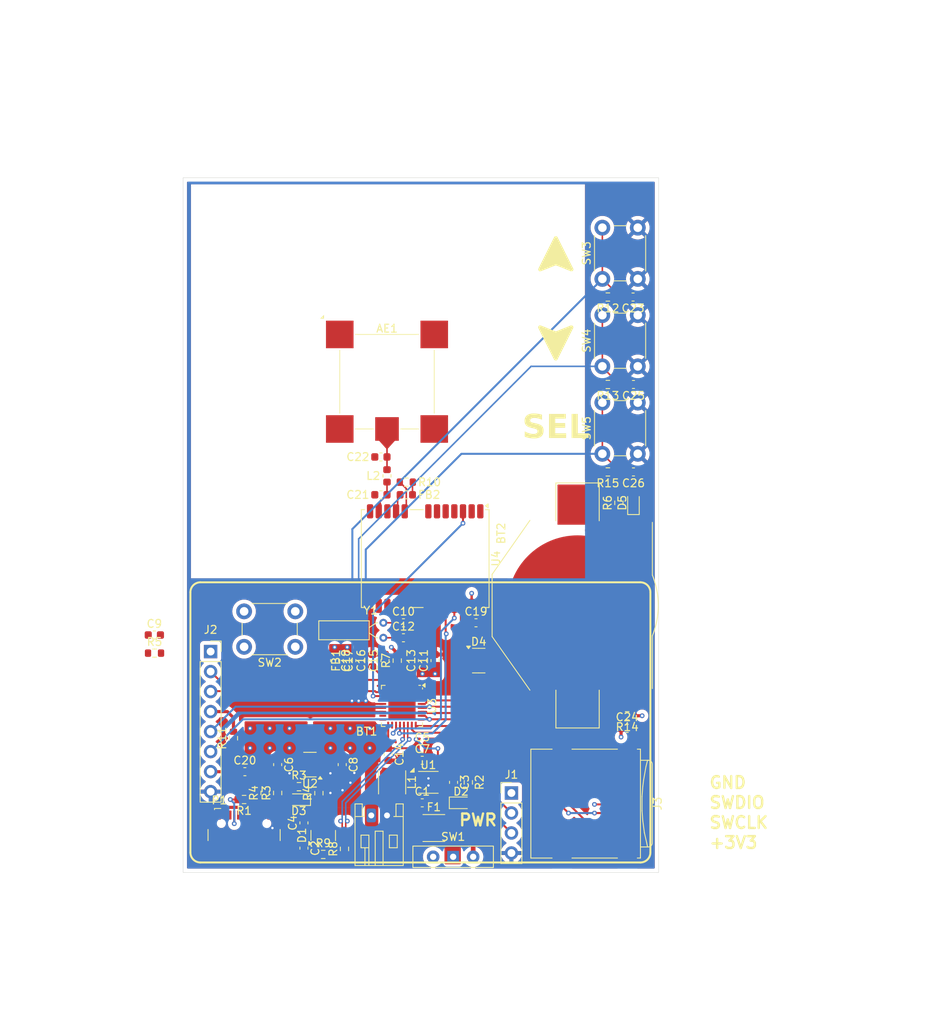
<source format=kicad_pcb>
(kicad_pcb (version 20240108) (generator "pcbnew") (generator_version "8.0")
  (title_block (title "Golf GPS") (date "2025-06-26") (rev "0") (company "B. Kuhn"))
  (layers (0 "F.Cu" signal) (1 "In1.Cu" signal) (2 "In2.Cu" signal) (31 "B.Cu" signal) (34 "B.Paste" user) (35 "F.Paste" user) (36 "B.SilkS" user "B.Silkscreen") (37 "F.SilkS" user "F.Silkscreen") (38 "B.Mask" user) (39 "F.Mask" user) (44 "Edge.Cuts" user))
  (net 0 "")
  (net 1 "Net-(AE1-A)")
  (net 2 "Net-(BT2-+)")
  (net 3 "GND")
  (net 4 "VBAT")
  (net 5 "+3V3")
  (net 6 "Net-(SW1-A)")
  (net 7 "/Microcontroller/NRST")
  (net 8 "V_USB")
  (net 9 "/Microcontroller/BTN_1")
  (net 10 "/Microcontroller/BTN_2")
  (net 11 "/Microcontroller/BTN_3")
  (net 12 "V_BCKP")
  (net 13 "/Microcontroller/OSC32_IN")
  (net 14 "/Microcontroller/OSC32_OUT")
  (net 15 "Net-(SW1-B)")
  (net 16 "Net-(J1-CC2)")
  (net 17 "Net-(J1-CC1)")
  (net 18 "/Microcontroller/SWCLK")
  (net 19 "/Microcontroller/SWDIO")
  (net 20 "/Microcontroller/BOOT0")
  (net 21 "/Microcontroller/USB_D+")
  (net 22 "/Microcontroller/SD_CS")
  (net 23 "Net-(D5-A)")
  (net 24 "/Microcontroller/USB_D-")
  (net 25 "/Microcontroller/LCD_DC")
  (net 26 "/Microcontroller/LCD_CS")
  (net 27 "Net-(U1-EN)")
  (net 28 "Net-(D2-A)")
  (net 29 "Net-(D3-K)")
  (net 31 "Net-(J2-RES)")
  (net 32 "Net-(U4-RF_IN)")
  (net 35 "/Microcontroller/GPS_PPS")
  (net 36 "/Microcontroller/GPS_TX")
  (net 37 "Net-(P1-CC)")
  (net 38 "/Microcontroller/GPS_RX")
  (net 39 "Net-(U4-VCC_RF)")
  (net 41 "Net-(U1-L2)")
  (net 42 "Net-(U1-L1)")
  (net 43 "/Microcontroller/LED_STATUS")
  (net 44 "Net-(U2-PROG)")
  (net 45 "Net-(U4-~{RESET})")
  (net 48 "VDDA")
  (net 61 "/Microcontroller/SPI3_SCK")
  (net 62 "/Microcontroller/SPI3_MOSI")
  (net 63 "/Microcontroller/SPI3_MISO")
  (net 65 "/Microcontroller/ADC1")
  (net 66 "Net-(U2-STAT)")
  (footprint "Capacitor_SMD:C_0603_1608Metric" (layer "F.Cu") (at 133.95 127.75 90)
    (property "Reference" "C16")
    (property "Value" "100n")
  )
  (footprint "Capacitor_SMD:C_0603_1608Metric" (layer "F.Cu") (at 144.25 143.2 -90)
    (property "Reference" "C3")
    (property "Value" "100n")
  )
  (footprint "Resistor_SMD:R_0603_1608Metric" (layer "F.Cu") (at 116.3 137.6 90)
    (property "Reference" "R11")
    (property "Value" "10k")
  )
  (footprint "Capacitor_SMD:C_0603_1608Metric" (layer "F.Cu") (at 130.1125 140.95 -90)
    (property "Reference" "C8")
    (property "Value" "10u")
  )
  (footprint "Battery:BatteryHolder_Keystone_3002_1x2032" (layer "F.Cu") (at 160 120.75 -90)
    (property "Reference" "BT2")
    (property "Value" "CR2032")
  )
  (footprint "Button_Switch_THT:SW_PUSH_6mm_H4.3mm" (layer "F.Cu") (at 124.15 126 180)
    (property "Reference" "SW2")
    (property "Value" "BOOT")
  )
  (footprint "Capacitor_SMD:C_0603_1608Metric" (layer "F.Cu") (at 167.1 103.8 180)
    (property "Reference" "C26")
    (property "Value" "100n")
  )
  (footprint "Button_Switch_THT:SW_PUSH_6mm_H4.3mm" (layer "F.Cu") (at 163.15 79.3 90)
    (property "Reference" "SW3")
    (property "Value" "BTN_1")
  )
  (footprint "Inductor_SMD:L_0603_1608Metric" (layer "F.Cu") (at 138.25 106.7)
    (property "Reference" "FB2")
    (property "Value" "TBD")
  )
  (footprint "Resistor_SMD:R_0603_1608Metric" (layer "F.Cu") (at 166.3 134.75 180)
    (property "Reference" "R14")
    (property "Value" "10k")
  )
  (footprint "Connector_Card:microSD_HC_Wuerth_693072010801" (layer "F.Cu") (at 162.1775 145.9 -90)
    (property "Reference" "J3")
    (property "Value" "Micro_SD_Card")
  )
  (footprint "Inductor_SMD:L_Coilcraft_LPS3010" (layer "F.Cu") (at 136.45 143.2 -90)
    (property "Reference" "L1")
    (property "Value" "1u5")
  )
  (footprint "Capacitor_SMD:C_0603_1608Metric" (layer "F.Cu") (at 140.275 138.9)
    (property "Reference" "C5")
    (property "Value" "10u")
  )
  (footprint "Connector_JST:JST_PH_S2B-PH-K_1x02_P2.00mm_Horizontal" (layer "F.Cu") (at 133.8 147.4)
    (property "Reference" "BT1")
    (property "Value" "LiPo")
  )
  (footprint "Connector_PinSocket_2.54mm:PinSocket_1x08_P2.54mm_Vertical" (layer "F.Cu") (at 113.4 126.6)
    (property "Reference" "J2")
    (property "Value" "~")
  )
  (footprint "Package_SON:WSON-10-1EP_2.5x2.5mm_P0.5mm_EP1.2x2mm" (layer "F.Cu") (at 141.05 143.2)
    (property "Reference" "U1")
    (property "Value" "TPS63031DSKR")
  )
  (footprint "Resistor_SMD:R_0603_1608Metric" (layer "F.Cu") (at 137.1 127.75 90)
    (property "Reference" "R7")
    (property "Value" "10k")
  )
  (footprint "Resistor_SMD:R_0603_1608Metric" (layer "F.Cu") (at 127.7 152.35)
    (property "Reference" "R9")
    (property "Value" "100k")
  )
  (footprint "Capacitor_SMD:C_0603_1608Metric" (layer "F.Cu") (at 147.1 122.95)
    (property "Reference" "C19")
    (property "Value" "100n")
  )
  (footprint "Capacitor_SMD:C_0603_1608Metric" (layer "F.Cu") (at 135.025 106.7 180)
    (property "Reference" "C21")
    (property "Value" "TBD")
  )
  (footprint "Capacitor_SMD:C_0603_1608Metric" (layer "F.Cu") (at 140.3 127.75 90)
    (property "Reference" "C13")
    (property "Value" "100n")
  )
  (footprint "Resistor_SMD:R_0603_1608Metric" (layer "F.Cu") (at 163.85 103.8 180)
    (property "Reference" "R15")
    (property "Value" "10k")
  )
  (footprint "Capacitor_SMD:C_0603_1608Metric" (layer "F.Cu") (at 141.9 127.75 90)
    (property "Reference" "C11")
    (property "Value" "2u2")
  )
  (footprint "Capacitor_SMD:C_0603_1608Metric" (layer "F.Cu") (at 140.275 145.8)
    (property "Reference" "C1")
    (property "Value" "10u")
  )
  (footprint "Capacitor_SMD:C_0603_1608Metric" (layer "F.Cu") (at 166.3 136.35)
    (property "Reference" "C24")
    (property "Value" "100n")
  )
  (footprint "Package_TO_SOT_SMD:SOT-23-3" (layer "F.Cu") (at 147.45 127.75)
    (property "Reference" "D4")
    (property "Value" "BAT54C")
  )
  (footprint "Library:ANT_GNSSCP-SM12L1_SMD" (layer "F.Cu") (at 135.8 92.35 90)
    (property "Reference" "AE1")
    (property "Value" "ANT-GNSSCP-SM12L1")
  )
  (footprint "Resistor_SMD:R_0603_1608Metric" (layer "F.Cu") (at 121.9125 144.55 90)
    (property "Reference" "R3")
    (property "Value" "5k1")
  )
  (footprint "Package_TO_SOT_SMD:SOT-143" (layer "F.Cu") (at 127.7 149.95 90)
    (property "Reference" "D1")
    (property "Value" "PRTR5V0U2X")
  )
  (footprint "Resistor_SMD:R_0603_1608Metric" (layer "F.Cu") (at 117.65 145.38 180)
    (property "Reference" "R1")
    (property "Value" "5k1")
  )
  (footprint "LED_SMD:LED_0603_1608Metric" (layer "F.Cu") (at 167.1 107.725 90)
    (property "Reference" "D5")
    (property "Value" "LED_STATUS")
  )
  (footprint "Button_Switch_THT:SW_PUSH_6mm_H4.3mm" (layer "F.Cu") (at 163.15 90.4 90)
    (property "Reference" "SW4")
    (property "Value" "BTN_2")
  )
  (footprint "Resistor_SMD:R_0603_1608Metric" (layer "F.Cu") (at 163.85 92.7 180)
    (property "Reference" "R13")
    (property "Value" "10k")
  )
  (footprint "Button_Switch_THT:SW_Slide-03_Wuerth-WS-SLTV_10x2.5x6.4_P2.54mm" (layer "F.Cu") (at 144.2 152.65)
    (property "Reference" "SW1")
    (property "Value" "SW_SPDT")
  )
  (footprint "Inductor_SMD:L_0603_1608Metric" (layer "F.Cu") (at 135.8 104.3 90)
    (property "Reference" "L2")
    (property "Value" "TBD")
  )
  (footprint "LED_SMD:LED_0603_1608Metric" (layer "F.Cu") (at 145.2 145.8)
    (property "Reference" "D2")
    (property "Value" "LED_PWR")
  )
  (footprint "Capacitor_SMD:C_0603_1608Metric" (layer "F.Cu") (at 117.75 141.85)
    (property "Reference" "C20")
    (property "Value" "100n")
  )
  (footprint "Package_TO_SOT_SMD:SOT-23-5" (layer "F.Cu") (at 126.0125 140.95 180)
    (property "Reference" "U2")
    (property "Value" "MCP73831T-2ACI/OT")
  )
  (footprint "Inductor_SMD:L_0603_1608Metric" (layer "F.Cu") (at 130.75 127.75 90)
    (property "Reference" "FB1")
    (property "Value" "TBD")
  )
  (footprint "Resistor_SMD:R_0603_1608Metric" (layer "F.Cu") (at 106.275 126.8)
    (property "Reference" "R5")
    (property "Value" "10k")
  )
  (footprint "RF_GPS:ublox_NEO" (layer "F.Cu") (at 140.65 114.8 -90)
    (property "Reference" "U4")
    (property "Value" "NEO-M9N")
  )
  (footprint "Resistor_SMD:R_0603_1608Metric" (layer "F.Cu") (at 146.125 143.2 -90)
    (property "Reference" "R2")
    (property "Value" "330R")
  )
  (footprint "Fuse:Fuse_1812_4532Metric" (layer "F.Cu") (at 141.75 149)
    (property "Reference" "F1")
    (property "Value" "500mA")
  )
  (footprint "Resistor_SMD:R_0603_1608Metric" (layer "F.Cu") (at 138.25 105.1)
    (property "Reference" "R10")
    (property "Value" "10k")
  )
  (footprint "Capacitor_SMD:C_0603_1608Metric" (layer "F.Cu") (at 137.8875 124.85)
    (property "Reference" "C12")
    (property "Value" "TBD")
  )
  (footprint "Resistor_SMD:R_0603_1608Metric" (layer "F.Cu") (at 130.4 151.65 90)
    (property "Reference" "R8")
    (property "Value" "100k")
  )
  (footprint "Capacitor_SMD:C_0603_1608Metric" (layer "F.Cu") (at 137.8875 122.95)
    (property "Reference" "C10")
    (property "Value" "TBD")
  )
  (footprint "Capacitor_SMD:C_0603_1608Metric" (layer "F.Cu") (at 135.025 101.9 180)
    (property "Reference" "C22")
    (property "Value" "TBD")
  )
  (footprint "Resistor_SMD:R_0603_1608Metric" (layer "F.Cu") (at 127.15 144.575 90)
    (property "Reference" "R4")
    (property "Value" "470R")
  )
  (footprint "Connector_PinHeader_2.54mm:PinHeader_1x04_P2.54mm_Vertical" (layer "F.Cu") (at 151.6 144.55)
    (property "Reference" "J1")
    (property "Value" "Conn_01x04_Pin")
  )
  (footprint "Capacitor_SMD:C_0603_1608Metric" (layer "F.Cu") (at 167.1 92.7 180)
    (property "Reference" "C25")
    (property "Value" "100n")
  )
  (footprint "Crystal:Crystal_DS26_D2.0mm_L6.0mm_Horizontal" (layer "F.Cu") (at 135.3375 122.95 -90)
    (property "Reference" "Y1")
    (property "Value" "32.768kHz")
  )
  (footprint "Capacitor_SMD:C_0603_1608Metric" (layer "F.Cu") (at 121.9125 140.95 -90)
    (property "Reference" "C6")
    (property "Value" "10u")
  )
  (footprint "Capacitor_SMD:C_0603_1608Metric" (layer "F.Cu") (at 129.15 127.75 -90)
    (property "Reference" "C18")
    (property "Value" "2u2")
  )
  (footprint "Resistor_SMD:R_0603_1608Metric" (layer "F.Cu") (at 120.3125 144.55 90)
    (property "Reference" "R4")
    (property "Value" "5k1")
  )
  (footprint "Capacitor_SMD:C_0603_1608Metric" (layer "F.Cu") (at 125.25 148.35 90)
    (property "Reference" "C4")
    (property "Value" "47p")
  )
  (footprint "Capacitor_SMD:C_0603_1608Metric" (layer "F.Cu") (at 135.95 139.65 -90)
    (property "Reference" "C14")
    (property "Value" "100n")
  )
  (footprint "Resistor_SMD:R_0603_1608Metric" (layer "F.Cu") (at 124.62 143.75)
    (property "Reference" "R3")
    (property "Value" "TBD")
  )
  (footprint "LED_SMD:LED_0603_1608Metric" (layer "F.Cu") (at 124.6 145.4 180)
    (property "Reference" "D3")
    (property "Value" "LED_STAT")
  )
  (footprint "Capacitor_SMD:C_0603_1608Metric" (layer "F.Cu") (at 140.275 140.4)
    (property "Reference" "C7")
    (property "Value" "10u")
  )
  (footprint "Resistor_SMD:R_0603_1608Metric" (layer "F.Cu") (at 165.25 107.725 90)
    (property "Reference" "R6")
    (property "Value" "330R")
  )
  (footprint "Capacitor_SMD:C_0603_1608Metric" (layer "F.Cu") (at 132.35 127.75 90)
    (property "Reference" "C17")
    (property "Value" "2u2")
  )
  (footprint "Connector_USB:USB_C_Receptacle_GCT_USB4110" (layer "F.Cu") (at 117.65 151.03)
    (property "Reference" "P1")
    (property "Value" "USB_C_Plug_USB2.0")
  )
  (footprint "Capacitor_SMD:C_0603_1608Metric" (layer "F.Cu") (at 106.25 124.5)
    (property "Reference" "C9")
    (property "Value" "100n")
  )
  (footprint "Button_Switch_THT:SW_PUSH_6mm_H4.3mm" (layer "F.Cu") (at 163.15 101.5 90)
    (property "Reference" "SW5")
    (property "Value" "BTN_3")
  )
  (footprint "Capacitor_SMD:C_0603_1608Metric" (layer "F.Cu") (at 125.25 151.55 -90)
    (property "Reference" "C2")
    (property "Value" "47p")
  )
  (footprint "Package_DFN_QFN:QFN-32-1EP_5x5mm_P0.5mm_EP3.45x3.45mm" (layer "F.Cu") (at 137.7 133.5 -90)
    (property "Reference" "U3")
    (property "Value" "STM32L432KCU6")
  )
  (footprint "Resistor_SMD:R_0603_1608Metric" (layer "F.Cu") (at 163.85 81.6 180)
    (property "Reference" "R12")
    (property "Value" "10k")
  )
  (footprint "Capacitor_SMD:C_0603_1608Metric" (layer "F.Cu") (at 167.05 81.6 180)
    (property "Reference" "C23")
    (property "Value" "100n")
  )
  (footprint "Capacitor_SMD:C_0603_1608Metric" (layer "F.Cu") (at 135.55 127.75 90)
    (property "Reference" "C15")
    (property "Value" "100n")
  )
  (gr_line (start 169.25 119.08) (end 169.25 152.1) (stroke (width 0.254)) (layer "F.SilkS"))
  (gr_line (start 168 153.37) (end 112.1 153.37) (stroke (width 0.254)) (layer "F.SilkS"))
  (gr_arc (start 112.1 153.37) (mid 111.201974 152.998026) (end 110.83 152.1) (stroke (width 0.254)) (layer "F.SilkS"))
  (gr_poly (pts (arc (start 157.455683 89.524167) (mid 157.232083 89.66235) (end 157.009258 89.525716)) (arc (start 155.026143 85.559487) (mid 155.065785 85.278416) (end 155.337008 85.213337)) (arc (start 157.139221 85.934222) (mid 157.232083 85.952109) (end 157.32493 85.934229)) (arc (start 159.121514 85.215595) (mid 159.398337 85.278424) (end 159.440513 85.554507))) (fill solid) (layer "F.SilkS"))
  (gr_poly (pts (arc (start 157.0164 74.0172) (mid 157.24 73.879017) (end 157.462825 74.015651)) (arc (start 159.44594 77.98188) (mid 159.406298 78.262951) (end 159.135075 78.32803)) (arc (start 157.332862 77.607145) (mid 157.24 77.589258) (end 157.147153 77.607138)) (arc (start 155.350569 78.325772) (mid 155.073746 78.262943) (end 155.03157 77.98686))) (fill solid) (layer "F.SilkS"))
  (gr_arc (start 167.98 117.81) (mid 168.878026 118.181974) (end 169.25 119.08) (stroke (width 0.254)) (layer "F.SilkS"))
  (gr_line (start 167.98 117.81) (end 112.1 117.81) (stroke (width 0.254)) (layer "F.SilkS"))
  (gr_arc (start 110.83 119.08) (mid 111.201974 118.181974) (end 112.1 117.81) (stroke (width 0.254)) (layer "F.SilkS"))
  (gr_line (start 110.83 119.08) (end 110.83 152.1) (stroke (width 0.254)) (layer "F.SilkS"))
  (gr_arc (start 169.25 152.1) (mid 168.878026 152.998026) (end 167.98 153.37) (stroke (width 0.254)) (layer "F.SilkS"))
  (gr_rect (start 109.9 66.45) (end 170.3 154.65) (stroke (width 0.05)) (fill none) (layer "Edge.Cuts"))
  (gr_text "+3V3" (at 176.6 150.85 0) (layer "F.SilkS") (effects (font (size 1.5 1.5) (thickness 0.3) (bold yes)) (justify left)))
  (gr_text "SWCLK" (at 176.6 148.31 0) (layer "F.SilkS") (effects (font (size 1.5 1.5) (thickness 0.3) (bold yes)) (justify left)))
  (gr_text "PWR" (at 144.8 147.1 0) (layer "F.SilkS") (effects (font (size 1.5 1.5) (thickness 0.3) (bold yes)) (justify left top)))
  (gr_text "SWDIO" (at 176.6 145.77 0) (layer "F.SilkS") (effects (font (size 1.5 1.5) (thickness 0.3) (bold yes)) (justify left)))
  (gr_text "SEL" (at 157.25 98.25 0) (layer "F.SilkS") (effects (font (size 3 3) (thickness 0.3) (bold yes))))
  (gr_text "GND" (at 176.6 143.23 0) (layer "F.SilkS") (effects (font (size 1.5 1.5) (thickness 0.3) (bold yes)) (justify left)))
  (segment (start 135.8 98.35) (end 135.8 103.5125) (width 0.2) (layer "F.Cu") (net 1))
  (segment (start 150.25 128.7) (end 155.1 133.55) (width 0.6) (layer "F.Cu") (net 2))
  (segment (start 146.3125 128.7) (end 150.25 128.7) (width 0.6) (layer "F.Cu") (net 2))
  (segment (start 155.1 133.55) (end 160 133.55) (width 0.6) (layer "F.Cu") (net 2))
  (segment (start 141.55 142.7) (end 142.2625 142.7) (width 0.25) (layer "F.Cu") (net 3))
  (segment (start 142.2625 142.7) (end 143.975 142.7) (width 0.25) (layer "F.Cu") (net 3))
  (segment (start 143.975 142.7) (end 144.25 142.425) (width 0.2) (layer "F.Cu") (net 3))
  (segment (start 141.05 143.2) (end 141.55 142.7) (width 0.25) (layer "F.Cu") (net 3))
  (segment (start 139.8375 143.2) (end 141.05 143.2) (width 0.25) (layer "F.Cu") (net 3))
  (via (at 141.0625 143.6) (size 0.6) (drill 0.3) (layers "F.Cu" "B.Cu") (net 3))
  (via (at 130.15 144.2) (size 0.6) (drill 0.3) (layers "F.Cu" "B.Cu") (net 3))
  (via (at 121.25 149) (size 0.6) (drill 0.3) (layers "F.Cu" "B.Cu") (net 3))
  (via (at 123.4125 142.05) (size 0.6) (drill 0.3) (layers "F.Cu" "B.Cu") (net 3))
  (via (at 128.6125 142.05) (size 0.6) (drill 0.3) (layers "F.Cu" "B.Cu") (net 3))
  (via (at 131.65 142) (size 0.6) (drill 0.3) (layers "F.Cu" "B.Cu") (net 3))
  (via (at 141.0625 142.7) (size 0.6) (drill 0.3) (layers "F.Cu" "B.Cu") (net 3))
  (via (at 128.6125 144.55) (size 0.6) (drill 0.3) (layers "F.Cu" "B.Cu") (net 3))
  (via (at 131.15 143.25) (size 0.6) (drill 0.3) (layers "F.Cu" "B.Cu") (net 3))
  (segment (start 130.4 150.825) (end 134.045 150.825) (width 0.6) (layer "F.Cu") (net 4))
  (via (at 133.6125 138.85) (size 0.6) (drill 0.3) (layers "F.Cu" "B.Cu") (net 4))
  (via (at 128.6125 136.35) (size 0.6) (drill 0.3) (layers "F.Cu" "B.Cu") (net 4))
  (via (at 128.6125 138.85) (size 0.6) (drill 0.3) (layers "F.Cu" "B.Cu") (net 4))
  (via (at 131.1125 138.85) (size 0.6) (drill 0.3) (layers "F.Cu" "B.Cu") (net 4))
  (via (at 133.6125 136.35) (size 0.6) (drill 0.3) (layers "F.Cu" "B.Cu") (net 4))
  (via (at 131.1125 136.35) (size 0.6) (drill 0.3) (layers "F.Cu" "B.Cu") (net 4))
  (segment (start 139.05 142.1) (end 138.85 141.9) (width 0.25) (layer "F.Cu") (net 5))
  (segment (start 146.3125 122.9625) (end 146.325 122.95) (width 0.4) (layer "F.Cu") (net 5))
  (segment (start 146.3125 126.8) (end 146.3125 122.9625) (width 0.4) (layer "F.Cu") (net 5))
  (segment (start 139.8375 142.2) (end 139.8375 142.1875) (width 0.25) (layer "F.Cu") (net 5))
  (segment (start 135.95 138.875) (end 139.475 138.875) (width 0.25) (layer "F.Cu") (net 5))
  (segment (start 135.95 135.9375) (end 135.95 138.875) (width 0.25) (layer "F.Cu") (net 5))
  (segment (start 146.55 120.8) (end 146.55 122.725) (width 0.3) (layer "F.Cu") (net 5))
  (segment (start 116.975 141.85) (end 116.3 141.85) (width 0.4) (layer "F.Cu") (net 5))
  (segment (start 137.1 126.925) (end 137.1 126.8) (width 0.4) (layer "F.Cu") (net 5))
  (segment (start 140.3 129.15) (end 140.3 128.525) (width 0.25) (layer "F.Cu") (net 5))
  (segment (start 165.525 136.35) (end 165.525 137.425) (width 0.4) (layer "F.Cu") (net 5))
  (segment (start 116.55 138.675) (end 116.55 141.6) (width 0.4) (layer "F.Cu") (net 5))
  (segment (start 167.125 134.75) (end 168.2 134.75) (width 0.4) (layer "F.Cu") (net 5))
  (segment (start 165.525 136.35) (end 167.125 134.75) (width 0.4) (layer "F.Cu") (net 5))
  (segment (start 116.3 138.425) (end 116.55 138.675) (width 0.4) (layer "F.Cu") (net 5))
  (segment (start 142.2625 140.7) (end 142.2625 142.2) (width 0.25) (layer "F.Cu") (net 5))
  (segment (start 146.125 141.675) (end 145.15 140.7) (width 0.25) (layer "F.Cu") (net 5))
  (segment (start 146.125 142.375) (end 146.125 141.675) (width 0.25) (layer "F.Cu") (net 5))
  (segment (start 165.525 137.425) (end 165.55 137.45) (width 0.4) (layer "F.Cu") (net 5))
  (segment (start 146.55 122.725) (end 146.325 122.95) (width 0.3) (layer "F.Cu") (net 5))
  (segment (start 139.0375 105.1375) (end 139.075 105.1) (width 0.2) (layer "F.Cu") (net 5))
  (segment (start 146.55 120.8) (end 146.55 119.2) (width 0.3) (layer "F.Cu") (net 5))
  (segment (start 139.75 142.1) (end 139.05 142.1) (width 0.25) (layer "F.Cu") (net 5))
  (segment (start 116.3 141.85) (end 113.41 141.85) (width 0.4) (layer "F.Cu") (net 5))
  (segment (start 145.15 140.7) (end 142.2625 140.7) (width 0.25) (layer "F.Cu") (net 5))
  (segment (start 137.1 126.8) (end 136.35 126.05) (width 0.4) (layer "F.Cu") (net 5))
  (segment (start 113.41 141.85) (end 113.4 141.84) (width 0.4) (layer "F.Cu") (net 5))
  (segment (start 139.45 131.0625) (end 139.45 130) (width 0.25) (layer "F.Cu") (net 5))
  (segment (start 139.45 130) (end 140.3 129.15) (width 0.25) (layer "F.Cu") (net 5))
  (segment (start 142.2625 138.9) (end 142.2625 140.7) (width 0.25) (layer "F.Cu") (net 5))
  (segment (start 139.8375 142.1875) (end 139.75 142.1) (width 0.25) (layer "F.Cu") (net 5))
  (segment (start 116.55 141.6) (end 116.3 141.85) (width 0.4) (layer "F.Cu") (net 5))
  (segment (start 139.475 138.875) (end 139.5 138.9) (width 0.25) (layer "F.Cu") (net 5))
  (segment (start 163.7275 146) (end 162.15 146) (width 0.25) (layer "F.Cu") (net 5))
  (segment (start 139.0375 106.7) (end 139.0375 105.1375) (width 0.2) (layer "F.Cu") (net 5))
  (via (at 136.35 126.05) (size 0.6) (drill 0.3) (layers "F.Cu" "B.Cu") (net 5))
  (via (at 168.2 134.75) (size 0.6) (drill 0.3) (layers "F.Cu" "B.Cu") (net 5))
  (via (at 141.9 129.425) (size 0.6) (drill 0.3) (layers "F.Cu" "B.Cu") (net 5))
  (via (at 130.75 126.05) (size 0.6) (drill 0.3) (layers "F.Cu" "B.Cu") (net 5))
  (via (at 162.15 146) (size 0.6) (drill 0.3) (layers "F.Cu" "B.Cu") (net 5))
  (via (at 165.525 137.45) (size 0.6) (drill 0.3) (layers "F.Cu" "B.Cu") (net 5))
  (via (at 146.55 119.2) (size 0.6) (drill 0.3) (layers "F.Cu" "B.Cu") (net 5))
  (via (at 129.15 126.05) (size 0.6) (drill 0.3) (layers "F.Cu" "B.Cu") (net 5))
  (via (at 140.3 129.425) (size 0.6) (drill 0.3) (layers "F.Cu" "B.Cu") (net 5))
  (via (at 139.5 137.75) (size 0.6) (drill 0.3) (layers "F.Cu" "B.Cu") (net 5))
  (via (at 142.2625 138.9) (size 0.6) (drill 0.3) (layers "F.Cu" "B.Cu") (net 5))
  (segment (start 139.5 137.75) (end 140.65 138.9) (width 0.25) (layer "B.Cu") (net 5))
  (segment (start 140.65 138.9) (end 142.2625 138.9) (width 0.25) (layer "B.Cu") (net 5))
  (segment (start 140.475 146.775) (end 139.5 145.8) (width 0.6) (layer "F.Cu") (net 6))
  (segment (start 146.74 152.65) (end 146.74 147.84) (width 0.6) (layer "F.Cu") (net 6))
  (segment (start 145.675 146.775) (end 140.475 146.775) (width 0.6) (layer "F.Cu") (net 6))
  (segment (start 146.74 147.84) (end 145.675 146.775) (width 0.6) (layer "F.Cu") (net 6))
  (segment (start 135.55 128.525) (end 137.05 128.525) (width 0.25) (layer "F.Cu") (net 7))
  (segment (start 137.1 128.575) (end 137.95 129.425) (width 0.25) (layer "F.Cu") (net 7))
  (segment (start 137.95 129.425) (end 137.95 131.0625) (width 0.25) (layer "F.Cu") (net 7))
  (segment (start 137.05 128.525) (end 137.1 128.575) (width 0.25) (layer "F.Cu") (net 7))
  (segment (start 123.85 146.375) (end 126.025 146.375) (width 0.4) (layer "F.Cu") (net 8))
  (segment (start 115.25 147.35) (end 115.25 146.65) (width 0.4) (layer "F.Cu") (net 8))
  (segment (start 115.525 146.375) (end 120.05 146.375) (width 0.4) (layer "F.Cu") (net 8))
  (segment (start 120.05 146.375) (end 123.85 146.375) (width 0.4) (layer "F.Cu") (net 8))
  (segment (start 123.8125 146.3375) (end 123.85 146.375) (width 0.4) (layer "F.Cu") (net 8))
  (segment (start 126.025 146.375) (end 126.75 147.1) (width 0.4) (layer "F.Cu") (net 8))
  (segment (start 120.05 147.35) (end 120.05 146.375) (width 0.4) (layer "F.Cu") (net 8))
  (segment (start 115.25 146.65) (end 115.525 146.375) (width 0.4) (layer "F.Cu") (net 8))
  (segment (start 126.75 147.1) (end 126.75 148.95) (width 0.4) (layer "F.Cu") (net 8))
  (segment (start 123.8125 145.4) (end 123.8125 146.3375) (width 0.4) (layer "F.Cu") (net 8))
  (via (at 118.4125 138.85) (size 0.6) (drill 0.3) (layers "F.Cu" "B.Cu") (net 8))
  (via (at 118.4125 136.35) (size 0.6) (drill 0.3) (layers "F.Cu" "B.Cu") (net 8))
  (via (at 123.4125 138.85) (size 0.6) (drill 0.3) (layers "F.Cu" "B.Cu") (net 8))
  (via (at 120.9125 136.35) (size 0.6) (drill 0.3) (layers "F.Cu" "B.Cu") (net 8))
  (via (at 123.4125 136.35) (size 0.6) (drill 0.3) (layers "F.Cu" "B.Cu") (net 8))
  (via (at 120.9125 138.85) (size 0.6) (drill 0.3) (layers "F.Cu" "B.Cu") (net 8))
  (segment (start 131.35 132.85) (end 131.35 132.883884) (width 0.25) (layer "F.Cu") (net 9))
  (segment (start 132.716116 134.25) (end 135.2625 134.25) (width 0.25) (layer "F.Cu") (net 9))
  (segment (start 163.15 72.8) (end 163.15 79.3) (width 0.2) (layer "F.Cu") (net 9))
  (segment (start 164.675 81.6) (end 166.275 81.6) (width 0.2) (layer "F.Cu") (net 9))
  (segment (start 164.675 80.825) (end 164.675 81.6) (width 0.2) (layer "F.Cu") (net 9))
  (segment (start 163.15 79.3) (end 164.675 80.825) (width 0.2) (layer "F.Cu") (net 9))
  (segment (start 131.35 132.883884) (end 132.716116 134.25) (width 0.25) (layer "F.Cu") (net 9))
  (via (at 131.35 132.85) (size 0.6) (drill 0.3) (layers "F.Cu" "B.Cu") (net 9))
  (segment (start 131.4 132.8) (end 131.4 111.05) (width 0.25) (layer "B.Cu") (net 9))
  (segment (start 131.35 132.85) (end 131.4 132.8) (width 0.25) (layer "B.Cu") (net 9))
  (segment (start 131.4 111.05) (end 163.15 79.3) (width 0.25) (layer "B.Cu") (net 9))
  (segment (start 133.1 133.75) (end 135.2625 133.75) (width 0.25) (layer "F.Cu") (net 10))
  (segment (start 163.15 90.4) (end 163.15 90.5) (width 0.2) (layer "F.Cu") (net 10))
  (segment (start 163.15 83.9) (end 163.15 90.4) (width 0.2) (layer "F.Cu") (net 10))
  (segment (start 164.675 92.025) (end 164.675 92.7) (width 0.2) (layer "F.Cu") (net 10))
  (segment (start 132.2 132.85) (end 133.1 133.75) (width 0.25) (layer "F.Cu") (net 10))
  (segment (start 163.15 90.5) (end 164.675 92.025) (width 0.2) (layer "F.Cu") (net 10))
  (segment (start 164.675 92.7) (end 166.325 92.7) (width 0.2) (layer "F.Cu") (net 10))
  (via (at 132.2 132.85) (size 0.6) (drill 0.3) (layers "F.Cu" "B.Cu") (net 10))
  (segment (start 154.1 90.4) (end 163.15 90.4) (width 0.2) (layer "B.Cu") (net 10))
  (segment (start 132.2 112.3) (end 154.1 90.4) (width 0.2) (layer "B.Cu") (net 10))
  (segment (start 132.2 132.85) (end 132.2 112.3) (width 0.2) (layer "B.Cu") (net 10))
  (segment (start 133.1 132.85) (end 133.5 133.25) (width 0.25) (layer "F.Cu") (net 11))
  (segment (start 133.5 133.25) (end 135.2625 133.25) (width 0.25) (layer "F.Cu") (net 11))
  (segment (start 164.675 103.8) (end 166.325 103.8) (width 0.2) (layer "F.Cu") (net 11))
  (segment (start 164.675 103.025) (end 164.675 103.8) (width 0.2) (layer "F.Cu") (net 11))
  (segment (start 163.15 101.5) (end 164.675 103.025) (width 0.2) (layer "F.Cu") (net 11))
  (segment (start 163.15 95) (end 163.15 101.5) (width 0.2) (layer "F.Cu") (net 11))
  (via (at 133.1 132.85) (size 0.6) (drill 0.3) (layers "F.Cu" "B.Cu") (net 11))
  (segment (start 133.1 132.85) (end 133.1 113.65) (width 0.25) (layer "B.Cu") (net 11))
  (segment (start 133.1 113.65) (end 145.25 101.5) (width 0.25) (layer "B.Cu") (net 11))
  (segment (start 145.25 101.5) (end 163.15 101.5) (width 0.25) (layer "B.Cu") (net 11))
  (segment (start 148.5875 127.75) (end 145.818026 127.75) (width 0.4) (layer "F.Cu") (net 12))
  (segment (start 145.25 127.181974) (end 145.25 121) (width 0.4) (layer "F.Cu") (net 12))
  (segment (start 145.818026 127.75) (end 145.25 127.181974) (width 0.4) (layer "F.Cu") (net 12))
  (segment (start 145.25 121) (end 145.45 120.8) (width 0.4) (layer "F.Cu") (net 12))
  (segment (start 137.8875 125.6) (end 138.95 126.6625) (width 0.2) (layer "F.Cu") (net 13))
  (segment (start 138.95 126.6625) (end 138.95 131.0625) (width 0.2) (layer "F.Cu") (net 13))
  (segment (start 137.1125 122.975) (end 137.8875 123.75) (width 0.2) (layer "F.Cu") (net 13))
  (segment (start 135.3375 122.95) (end 137.1125 122.95) (width 0.2) (layer "F.Cu") (net 13))
  (segment (start 137.8875 123.75) (end 137.8875 125.6) (width 0.2) (layer "F.Cu") (net 13))
  (segment (start 137.1125 122.95) (end 137.1125 122.975) (width 0.2) (layer "F.Cu") (net 13))
  (segment (start 138.45 126.8625) (end 138.45 131.0625) (width 0.2) (layer "F.Cu") (net 14))
  (segment (start 137.1125 124.85) (end 135.3375 124.85) (width 0.2) (layer "F.Cu") (net 14))
  (segment (start 137.1125 125.525) (end 138.45 126.8625) (width 0.2) (layer "F.Cu") (net 14))
  (segment (start 137.1125 124.85) (end 137.1125 125.525) (width 0.2) (layer "F.Cu") (net 14))
  (segment (start 150.05 139.55) (end 146.55 136.05) (width 0.25) (layer "F.Cu") (net 18))
  (segment (start 150.05 145.54) (end 150.05 139.55) (width 0.25) (layer "F.Cu") (net 18))
  (segment (start 151.6 147.09) (end 150.05 145.54) (width 0.25) (layer "F.Cu") (net 18))
  (segment (start 146.55 136.05) (end 139.5625 136.05) (width 0.25) (layer "F.Cu") (net 18))
  (segment (start 150.35 148.35) (end 149.2 147.2) (width 0.25) (layer "F.Cu") (net 19))
  (segment (start 139.35 136.9) (end 138.95 136.5) (width 0.25) (layer "F.Cu") (net 19))
  (segment (start 149.2 139.95) (end 146.15 136.9) (width 0.25) (layer "F.Cu") (net 19))
  (segment (start 138.95 136.5) (end 138.95 135.9375) (width 0.25) (layer "F.Cu") (net 19))
  (segment (start 150.35 148.38) (end 150.35 148.35) (width 0.25) (layer "F.Cu") (net 19))
  (segment (start 149.2 147.2) (end 149.2 139.95) (width 0.25) (layer "F.Cu") (net 19))
  (segment (start 146.15 136.9) (end 139.35 136.9) (width 0.25) (layer "F.Cu") (net 19))
  (segment (start 151.6 149.63) (end 150.35 148.38) (width 0.25) (layer "F.Cu") (net 19))
  (segment (start 130.558633 149.209567) (end 130.558633 148.31823) (width 0.2) (layer "F.Cu") (net 21))
  (segment (start 125.25 150.175) (end 128.66 150.175) (width 0.2) (layer "F.Cu") (net 21))
  (segment (start 117.4 147.9591) (end 117.4 147.35) (width 0.2) (layer "F.Cu") (net 21))
  (segment (start 128.65 150.185) (end 128.66 150.175) (width 0.2) (layer "F.Cu") (net 21))
  (segment (start 138.425001 137.550001) (end 138.625 137.75) (width 0.2) (layer "F.Cu") (net 21))
  (segment (start 128.66 150.175) (end 129.5932 150.175) (width 0.2) (layer "F.Cu") (net 21))
  (segment (start 128.65 150.95) (end 128.65 150.185) (width 0.2) (layer "F.Cu") (net 21))
  (segment (start 120.142979 150.175) (end 125.25 150.175) (width 0.2) (layer "F.Cu") (net 21))
  (segment (start 138.425001 135.962499) (end 138.425001 137.550001) (width 0.2) (layer "F.Cu") (net 21))
  (segment (start 125.25 150.775) (end 125.25 150.175) (width 0.2) (layer "F.Cu") (net 21))
  (segment (start 138.45 135.9375) (end 138.425001 135.962499) (width 0.2) (layer "F.Cu") (net 21))
  (segment (start 130.558633 148.31823) (end 130.758632 148.118231) (width 0.2) (layer "F.Cu") (net 21))
  (segment (start 117.830698 148.998898) (end 118.2034 149.3716) (width 0.2) (layer "F.Cu") (net 21))
  (segment (start 129.5932 150.175) (end 130.558633 149.209567) (width 0.2) (layer "F.Cu") (net 21))
  (via (at 130.758632 148.118231) (size 0.6) (drill 0.3) (layers "F.Cu" "B.Cu") (net 21))
  (via (at 138.625 137.75) (size 0.6) (drill 0.3) (layers "F.Cu" "B.Cu") (net 21))
  (arc (start 118.2034 149.3716) (mid 119.093286 149.966203) (end 120.142979 150.175) (width 0.2) (layer "F.Cu") (net 21))
  (arc (start 117.4 147.9591) (mid 117.511934 148.521834) (end 117.830698 148.998898) (width 0.2) (layer "F.Cu") (net 21))
  (segment (start 130.558633 145.816367) (end 138.625 137.75) (width 0.2) (layer "B.Cu") (net 21))
  (segment (start 130.758632 148.118231) (end 130.558633 147.918232) (width 0.2) (layer "B.Cu") (net 21))
  (segment (start 130.558633 147.918232) (end 130.558633 145.816367) (width 0.2) (layer "B.Cu") (net 21))
  (segment (start 165.475 134.75) (end 162.4 137.825) (width 0.25) (layer "F.Cu") (net 22))
  (segment (start 141.07474 132.8) (end 140.62474 133.25) (width 0.25) (layer "F.Cu") (net 22))
  (segment (start 159.05 143.8) (end 148.05 132.8) (width 0.25) (layer "F.Cu") (net 22))
  (segment (start 140.62474 133.25) (end 140.1375 133.25) (width 0.25) (layer "F.Cu") (net 22))
  (segment (start 148.05 132.8) (end 141.07474 132.8) (width 0.25) (layer "F.Cu") (net 22))
  (segment (start 162.4 137.825) (end 162.4 143.8) (width 0.25) (layer "F.Cu") (net 22))
  (segment (start 163.7275 143.8) (end 162.4 143.8) (width 0.25) (layer "F.Cu") (net 22))
  (segment (start 162.4 143.8) (end 159.05 143.8) (width 0.25) (layer "F.Cu") (net 22))
  (segment (start 118.5466 149.0784) (end 118.282474 148.814274) (width 0.2) (layer "F.Cu") (net 24))
  (segment (start 129.4068 149.725) (end 130.108631 149.023169) (width 0.2) (layer "F.Cu") (net 24))
  (segment (start 130.108631 148.31823) (end 129.908632 148.118231) (width 0.2) (layer "F.Cu") (net 24))
  (segment (start 117.9 147.8909) (end 117.9 147.35) (width 0.2) (layer "F.Cu") (net 24))
  (segment (start 137.974999 135.962499) (end 137.974999 137.550001) (width 0.2) (layer "F.Cu") (net 24))
  (segment (start 125.25 149.725) (end 128.65 149.725) (width 0.2) (layer "F.Cu") (net 24))
  (segment (start 130.108631 149.023169) (end 130.108631 148.31823) (width 0.2) (layer "F.Cu") (net 24))
  (segment (start 137.95 135.9375) (end 137.974999 135.962499) (width 0.2) (layer "F.Cu") (net 24))
  (segment (start 120.10763 149.725) (end 125.25 149.725) (width 0.2) (layer "F.Cu") (net 24))
  (segment (start 128.65 148.95) (end 128.65 149.725) (width 0.2) (layer "F.Cu") (net 24))
  (segment (start 137.974999 137.550001) (end 137.775 137.75) (width 0.2) (layer "F.Cu") (net 24))
  (segment (start 128.65 149.725) (end 129.4068 149.725) (width 0.2) (layer "F.Cu") (net 24))
  (segment (start 125.25 149.125) (end 125.25 149.725) (width 0.2) (layer "F.Cu") (net 24))
  (via (at 137.775 137.75) (size 0.6) (drill 0.3) (layers "F.Cu" "B.Cu") (net 24))
  (via (at 129.908632 148.118231) (size 0.6) (drill 0.3) (layers "F.Cu" "B.Cu") (net 24))
  (arc (start 118.5466 149.0784) (mid 119.262806 149.556954) (end 120.10763 149.725) (width 0.2) (layer "F.Cu") (net 24))
  (arc (start 117.9 147.8909) (mid 117.999401 148.390626) (end 118.282474 148.814274) (width 0.2) (layer "F.Cu") (net 24))
  (segment (start 130.108631 147.918232) (end 130.108631 145.629972) (width 0.2) (layer "B.Cu") (net 24))
  (segment (start 137.775 137.963603) (end 137.775 137.75) (width 0.2) (layer "B.Cu") (net 24))
  (segment (start 130.108631 145.629972) (end 137.775 137.963603) (width 0.2) (layer "B.Cu") (net 24))
  (segment (start 129.908632 148.118231) (end 130.108631 147.918232) (width 0.2) (layer "B.Cu") (net 24))
  (segment (start 134.288884 131.625) (end 113.455 131.625) (width 0.25) (layer "F.Cu") (net 25))
  (segment (start 134.413884 131.75) (end 134.288884 131.625) (width 0.25) (layer "F.Cu") (net 25))
  (segment (start 113.455 131.625) (end 113.4 131.68) (width 0.25) (layer "F.Cu") (net 25))
  (segment (start 135.2625 131.75) (end 134.413884 131.75) (width 0.25) (layer "F.Cu") (net 25))
  (segment (start 135.95 131.0625) (end 135.95 130.55) (width 0.25) (layer "F.Cu") (net 26))
  (segment (start 135.6 130.2) (end 114.46 130.2) (width 0.25) (layer "F.Cu") (net 26))
  (segment (start 114.46 130.2) (end 113.4 129.14) (width 0.25) (layer "F.Cu") (net 26))
  (segment (start 135.95 130.55) (end 135.6 130.2) (width 0.25) (layer "F.Cu") (net 26))
  (segment (start 142.2625 143.2) (end 143.475 143.2) (width 0.25) (layer "F.Cu") (net 27))
  (segment (start 142.2625 143.2) (end 142.2625 144.2) (width 0.25) (layer "F.Cu") (net 27))
  (segment (start 143.475 143.2) (end 144.25 143.975) (width 0.25) (layer "F.Cu") (net 27))
  (segment (start 146.125 144.025) (end 146.125 145.7875) (width 0.25) (layer "F.Cu") (net 28))
  (segment (start 146.125 145.7875) (end 146.1375 145.8) (width 0.25) (layer "F.Cu") (net 28))
  (segment (start 127.15 145.4) (end 125.4375 145.4) (width 0.25) (layer "F.Cu") (net 29))
  (segment (start 115.52 134.22) (end 113.4 134.22) (width 0.4) (layer "F.Cu") (net 31))
  (segment (start 116.3 136.775) (end 116.3 135) (width 0.4) (layer "F.Cu") (net 31))
  (segment (start 116.3 135) (end 115.52 134.22) (width 0.4) (layer "F.Cu") (net 31))
  (segment (start 135.8 106.7) (end 135.8 105.0875) (width 0.2) (layer "F.Cu") (net 32))
  (segment (start 134.75 107.75) (end 134.75 108.8) (width 0.2) (layer "F.Cu") (net 32))
  (segment (start 135.8 106.7) (end 134.75 107.75) (width 0.2) (layer "F.Cu") (net 32))
  (segment (start 135.2625 132.25) (end 134.03 132.25) (width 0.25) (layer "F.Cu") (net 35))
  (segment (start 145.45 110.31) (end 145.45 108.8) (width 0.25) (layer "F.Cu") (net 35))
  (via (at 134.03 132.25) (size 0.6) (drill 0.3) (layers "F.Cu" "B.Cu") (net 35))
  (via (at 145.45 110.31) (size 0.6) (drill 0.3) (layers "F.Cu" "B.Cu") (net 35))
  (segment (start 134.03 132.25) (end 134.03 121.73) (width 0.25) (layer "B.Cu") (net 35))
  (segment (start 134.03 121.73) (end 145.45 110.31) (width 0.25) (layer "B.Cu") (net 35))
  (segment (start 137.374999 136.979183) (end 137.45 136.904182) (width 0.25) (layer "F.Cu") (net 36))
  (segment (start 143.25 124.275) (end 143.25 120.8) (width 0.25) (layer "F.Cu") (net 36))
  (segment (start 137.45 136.904182) (end 137.45 135.9375) (width 0.25) (layer "F.Cu") (net 36))
  (segment (start 143.325 124.35) (end 143.25 124.275) (width 0.25) (layer "F.Cu") (net 36))
  (via (at 143.325 124.35) (size 0.6) (drill 0.3) (layers "F.Cu" "B.Cu") (net 36))
  (via (at 137.374999 136.979183) (size 0.6) (drill 0.3) (layers "F.Cu" "B.Cu") (net 36))
  (segment (start 141.570817 136.979183) (end 137.374999 136.979183) (width 0.25) (layer "B.Cu") (net 36))
  (segment (start 143.25 135.3) (end 141.570817 136.979183) (width 0.25) (layer "B.Cu") (net 36))
  (segment (start 143.25 124.425) (end 143.25 135.3) (width 0.25) (layer "B.Cu") (net 36))
  (segment (start 143.325 124.35) (end 143.25 124.425) (width 0.25) (layer "B.Cu") (net 36))
  (segment (start 116.825 145.38) (end 115.9 145.38) (width 0.25) (layer "F.Cu") (net 37))
  (segment (start 116.4 147.35) (end 116.4 148.45) (width 0.3) (layer "F.Cu") (net 37))
  (via (at 116.4 148.45) (size 0.6) (drill 0.3) (layers "F.Cu" "B.Cu") (net 37))
  (via (at 115.9 145.38) (size 0.6) (drill 0.3) (layers "F.Cu" "B.Cu") (net 37))
  (segment (start 115.9 145.38) (end 116.4 145.88) (width 0.25) (layer "B.Cu") (net 37))
  (segment (start 116.4 145.88) (end 116.4 148.45) (width 0.25) (layer "B.Cu") (net 37))
  (segment (start 136.95 136.520298) (end 136.575 136.895298) (width 0.25) (layer "F.Cu") (net 38))
  (segment (start 144.35 120.8) (end 144.35 122.35) (width 0.25) (layer "F.Cu") (net 38))
  (segment (start 136.575 136.895298) (end 136.575 136.979183) (width 0.25) (layer "F.Cu") (net 38))
  (segment (start 136.95 135.9375) (end 136.95 136.520298) (width 0.25) (layer "F.Cu") (net 38))
  (via (at 136.575 136.979183) (size 0.6) (drill 0.3) (layers "F.Cu" "B.Cu") (net 38))
  (via (at 144.35 122.35) (size 0.6) (drill 0.3) (layers "F.Cu" "B.Cu") (net 38))
  (segment (start 141.345817 136.354183) (end 142.65 135.05) (width 0.25) (layer "B.Cu") (net 38))
  (segment (start 142.65 135.05) (end 142.65 124.05) (width 0.25) (layer "B.Cu") (net 38))
  (segment (start 137.116115 136.354183) (end 141.345817 136.354183) (width 0.25) (layer "B.Cu") (net 38))
  (segment (start 136.575 136.895298) (end 137.116115 136.354183) (width 0.25) (layer "B.Cu") (net 38))
  (segment (start 136.575 136.979183) (end 136.575 136.895298) (width 0.25) (layer "B.Cu") (net 38))
  (segment (start 142.65 124.05) (end 144.35 122.35) (width 0.25) (layer "B.Cu") (net 38))
  (segment (start 137.4625 106.7) (end 137.15 107.0125) (width 0.2) (layer "F.Cu") (net 39))
  (segment (start 137.15 107.0125) (end 137.15 108.6) (width 0.2) (layer "F.Cu") (net 39))
  (segment (start 137.15 108.6) (end 136.95 108.8) (width 0.2) (layer "F.Cu") (net 39))
  (segment (start 139.8375 142.7) (end 138.25 142.7) (width 0.25) (layer "F.Cu") (net 41))
  (segment (start 139.8375 143.7) (end 138.25 143.7) (width 0.25) (layer "F.Cu") (net 42))
  (segment (start 125.445 143.0825) (end 124.875 142.5125) (width 0.25) (layer "F.Cu") (net 44))
  (segment (start 124.875 142.5125) (end 124.875 141.9) (width 0.25) (layer "F.Cu") (net 44))
  (segment (start 125.445 143.75) (end 125.445 143.0825) (width 0.25) (layer "F.Cu") (net 44))
  (segment (start 138.05 108.8) (end 138.25 108.6) (width 0.2) (layer "F.Cu") (net 45))
  (segment (start 138.25 108.6) (end 138.25 105.925) (width 0.2) (layer "F.Cu") (net 45))
  (segment (start 138.25 105.925) (end 137.425 105.1) (width 0.2) (layer "F.Cu") (net 45))
  (segment (start 134.725 129.3) (end 133.95 128.525) (width 0.25) (layer "F.Cu") (net 48))
  (segment (start 137.45 129.8125) (end 136.9375 129.3) (width 0.25) (layer "F.Cu") (net 48))
  (segment (start 136.9375 129.3) (end 134.725 129.3) (width 0.25) (layer "F.Cu") (net 48))
  (segment (start 137.45 131.0625) (end 137.45 129.8125) (width 0.25) (layer "F.Cu") (net 48))
  (segment (start 133.9375 128.5375) (end 133.95 128.525) (width 0.3) (layer "F.Cu") (net 48))
  (segment (start 130.75 128.5375) (end 133.9375 128.5375) (width 0.3) (layer "F.Cu") (net 48))
  (segment (start 140.62474 134.75) (end 141.07474 135.2) (width 0.25) (layer "F.Cu") (net 61))
  (segment (start 141.07474 135.2) (end 141.2 135.2) (width 0.25) (layer "F.Cu") (net 61))
  (segment (start 158.2 146.45) (end 158.85 147.1) (width 0.25) (layer "F.Cu") (net 61))
  (segment (start 141.2 135.2) (end 146.95 135.2) (width 0.25) (layer "F.Cu") (net 61))
  (segment (start 140.1375 134.75) (end 140.62474 134.75) (width 0.25) (layer "F.Cu") (net 61))
  (segment (start 162.15 147.1) (end 163.7275 147.1) (width 0.25) (layer "F.Cu") (net 61))
  (segment (start 146.95 135.2) (end 158.2 146.45) (width 0.25) (layer "F.Cu") (net 61))
  (via (at 158.85 147.1) (size 0.6) (drill 0.3) (layers "F.Cu" "B.Cu") (net 61))
  (via (at 162.15 147.1) (size 0.6) (drill 0.3) (layers "F.Cu" "B.Cu") (net 61))
  (via (at 141.2 135.2) (size 0.6) (drill 0.3) (layers "F.Cu" "B.Cu") (net 61))
  (segment (start 117.5 135.2) (end 113.4 139.3) (width 0.25) (layer "B.Cu") (net 61))
  (segment (start 141.2 135.2) (end 117.5 135.2) (width 0.25) (layer "B.Cu") (net 61))
  (segment (start 158.85 147.1) (end 162.15 147.1) (width 0.25) (layer "B.Cu") (net 61))
  (segment (start 163.7275 144.9) (end 159 144.9) (width 0.25) (layer "F.Cu") (net 62))
  (segment (start 147.7 133.6) (end 141.62 133.6) (width 0.25) (layer "F.Cu") (net 62))
  (segment (start 159 144.9) (end 147.7 133.6) (width 0.25) (layer "F.Cu") (net 62))
  (segment (start 140.911136 133.6) (end 140.761136 133.75) (width 0.25) (layer "F.Cu") (net 62))
  (segment (start 141.62 133.6) (end 140.911136 133.6) (width 0.25) (layer "F.Cu") (net 62))
  (segment (start 140.761136 133.75) (end 140.1375 133.75) (width 0.25) (layer "F.Cu") (net 62))
  (via (at 141.2 133.6) (size 0.6) (drill 0.3) (layers "F.Cu" "B.Cu") (net 62))
  (segment (start 141.2 133.6) (end 116.56 133.6) (width 0.25) (layer "B.Cu") (net 62))
  (segment (start 116.56 133.6) (end 113.4 136.76) (width 0.25) (layer "B.Cu") (net 62))
  (segment (start 147.3275 134.4) (end 162.2275 149.3) (width 0.25) (layer "F.Cu") (net 63))
  (segment (start 162.2275 149.3) (end 163.7275 149.3) (width 0.25) (layer "F.Cu") (net 63))
  (segment (start 141.6 134.4) (end 147.3275 134.4) (width 0.25) (layer "F.Cu") (net 63))
  (segment (start 140.1375 134.25) (end 140.761136 134.25) (width 0.25) (layer "F.Cu") (net 63))
  (segment (start 140.761136 134.25) (end 140.911136 134.4) (width 0.25) (layer "F.Cu") (net 63))
  (segment (start 140.911136 134.4) (end 141.6 134.4) (width 0.25) (layer "F.Cu") (net 63))
  (segment (start 128.65 152.475) (end 128.525 152.35) (width 0.25) (layer "F.Cu") (net 65))
  (segment (start 130.4 152.475) (end 128.65 152.475) (width 0.25) (layer "F.Cu") (net 65))
  (segment (start 127.15 141.9) (end 127.15 143.75) (width 0.25) (layer "F.Cu") (net 66))
  (zone (net 42) (net_name "Net-(U1-L1)") (layer "F.Cu") (priority 2) (connect_pads (clearance 0.5)) (min_thickness 0.25) (fill yes (thermal_gap 0.5) (thermal_bridge_width 0.5) (island_removal_mode 1) (island_area_min 10))
    (polygon (pts (xy 134.85 143.5) (xy 134.85 145.1) (xy 137.95 145.1) (xy 139.2 143.85) (xy 140.25 143.85) (xy 140.25 143.5)))
  )
  (zone (net 15) (net_name "Net-(SW1-B)") (layer "F.Cu") (priority 10) (connect_pads yes (clearance 0.5)) (min_thickness 0.25) (fill yes (thermal_gap 0.5) (thermal_bridge_width 0.5))
    (polygon (pts (xy 143.1 147.1) (xy 145.175 147.1) (xy 145.175 153.6) (xy 143.1 153.6)))
  )
  (zone (net 3) (net_name "GND") (layer "F.Cu") (priority 2) (connect_pads (clearance 0.5)) (min_thickness 0.25) (fill yes (thermal_gap 0.5) (thermal_bridge_width 0.5) (island_removal_mode 1) (island_area_min 10))
    (polygon (pts (xy 132.3625 146.45) (xy 126.4125 146.45) (xy 126.4125 141.55) (xy 124.2125 141.55) (xy 124.2125 144.55) (xy 117.7125 144.55) (xy 117.7125 140.95) (xy 122.9125 140.95) (xy 122.9125 140.65) (xy 129.4125 140.65) (xy 129.4125 141.25) (xy 132.3625 141.25)))
  )
  (zone (net 5) (net_name "+3V3") (layer "F.Cu") (priority 9) (connect_pads yes (clearance 0.5)) (min_thickness 0.25) (fill yes (thermal_gap 0.5) (thermal_bridge_width 0.5))
    (polygon (pts (xy 128.45 127.575) (xy 131.45 127.575) (xy 131.45 125.65) (xy 128.45 125.65)))
  )
  (zone (net 6) (net_name "Net-(SW1-A)") (layer "F.Cu") (priority 3) (connect_pads (clearance 0.5)) (min_thickness 0.25) (fill yes (thermal_gap 0.5) (thermal_bridge_width 0.5) (island_removal_mode 1) (island_area_min 10))
    (polygon (pts (xy 140.25 144.05) (xy 139.1 144.05) (xy 138.45 144.7) (xy 138.45 146.7) (xy 140.25 146.7)))
  )
  (zone (net 4) (net_name "VBAT") (layer "F.Cu") (priority 2) (connect_pads (clearance 0.5)) (min_thickness 0.25) (fill yes (thermal_gap 0.5) (thermal_bridge_width 0.5) (smoothing fillet) (radius 0.5))
    (polygon (pts (xy 133 140.5) (xy 134.7 140.5) (xy 134.7 148.8) (xy 136.9 148.8) (xy 136.9 147.05) (xy 140.45 147.05) (xy 140.45 151.125) (xy 133 151.125)))
  )
  (zone (net 41) (net_name "Net-(U1-L2)") (layer "F.Cu") (connect_pads (clearance 0.5)) (min_thickness 0.25) (fill yes (thermal_gap 0.5) (thermal_bridge_width 0.5) (island_removal_mode 1) (island_area_min 10))
    (polygon (pts (xy 134.85 142.9) (xy 134.85 141.3) (xy 137.95 141.3) (xy 139.15 142.5) (xy 140.25 142.5) (xy 140.25 142.9)))
  )
  (zone (net 5) (net_name "+3V3") (layer "F.Cu") (priority 9) (connect_pads yes (clearance 0.5)) (min_thickness 0.25) (fill yes (thermal_gap 0.5) (thermal_bridge_width 0.5))
    (polygon (pts (xy 139.575 129.85) (xy 142.575 129.85) (xy 142.575 127.925) (xy 139.575 127.925)))
  )
  (zone (net 0) (net_name "") (layer "F.Cu") (connect_pads yes (clearance 0)) (min_thickness 0.25)
    (keepout (tracks allowed) (vias allowed) (pads allowed) (copperpour not_allowed) (footprints allowed))
    (fill (thermal_gap 0.5) (thermal_bridge_width 0.5))
    (polygon (pts (xy 118.65 148.25) (xy 118.65 148.45) (xy 119.55 149.35) (xy 120.35 149.35) (xy 120.35 148.25)))
  )
  (zone (net 3) (net_name "GND") (layer "F.Cu") (priority 2) (connect_pads (clearance 0.5)) (min_thickness 0.25) (fill yes (thermal_gap 0.5) (thermal_bridge_width 0.5) (island_removal_mode 1) (island_area_min 10))
    (polygon (pts (xy 140.35 146.7) (xy 141.85 146.7) (xy 141.85 138.15) (xy 140.35 138.15)))
  )
  (zone (net 3) (net_name "GND") (layer "F.Cu") (priority 11) (connect_pads yes (clearance 0.5)) (min_thickness 0.25) (fill yes (thermal_gap 0.5) (thermal_bridge_width 0.5))
    (polygon (pts (xy 120.45 146.55) (xy 125.95 146.55) (xy 125.95 148.35) (xy 124.5 148.35) (xy 124.5 149.5) (xy 120.45 149.5)))
  )
  (zone (net 4) (net_name "VBAT") (layer "F.Cu") (priority 2) (connect_pads (clearance 0.5)) (min_thickness 0.25) (fill yes (thermal_gap 0.5) (thermal_bridge_width 0.5) (island_removal_mode 1) (island_area_min 10))
    (polygon (pts (xy 126.4125 140.65) (xy 135.3125 140.65) (xy 135.3125 135.45) (xy 126.4125 135.45)))
  )
  (zone (net 27) (net_name "Net-(U1-EN)") (layer "F.Cu") (priority 3) (connect_pads (clearance 0.5)) (min_thickness 0.25) (fill yes (thermal_gap 0.5) (thermal_bridge_width 0.5) (island_removal_mode 1) (island_area_min 10))
    (polygon (pts (xy 144.95 143.2) (xy 144.95 144.7) (xy 141.75 144.7) (xy 141.75 142.9) (xy 142.75 142.9) (xy 143.05 143.2)))
  )
  (zone (net 5) (net_name "+3V3") (layer "F.Cu") (priority 1) (connect_pads (clearance 0.5)) (min_thickness 0.25) (fill yes (thermal_gap 0.5) (thermal_bridge_width 0.5) (island_removal_mode 1) (island_area_min 10))
    (polygon (pts (xy 140.25 142.5) (xy 139.25 142.5) (xy 138.7 141.95) (xy 138.7 137.3) (xy 140.25 137.3)))
  )
  (zone (net 8) (net_name "V_USB") (layer "F.Cu") (priority 2) (connect_pads (clearance 0.5)) (min_thickness 0.25) (fill yes (thermal_gap 0.5) (thermal_bridge_width 0.5) (island_removal_mode 1) (island_area_min 10))
    (polygon (pts (xy 125.7125 140.35) (xy 117.7125 140.35) (xy 117.7125 135.45) (xy 125.7125 135.45)))
  )
  (zone (net 3) (net_name "GND") (layers "F.Cu" "In1.Cu" "B.Cu") (priority 1) (connect_pads (clearance 0.5)) (min_thickness 0.25) (fill yes (thermal_gap 0.5) (thermal_bridge_width 0.5) (island_removal_mode 1) (island_area_min 10))
    (polygon (pts (xy 86.65 43.9) (xy 204.4 43.9) (xy 204.4 173.9) (xy 86.65 173.9)))
  )
  (zone (net 0) (net_name "") (layers "F.Cu" "In2.Cu" "B.Cu") (connect_pads (clearance 0)) (min_thickness 0.25)
    (keepout (tracks allowed) (vias allowed) (pads allowed) (copperpour not_allowed) (footprints allowed))
    (fill (thermal_gap 0.5) (thermal_bridge_width 0.5))
    (polygon (pts (xy 110.9 67.3) (xy 160.95 67.3) (xy 160.95 117.3) (xy 110.9 117.3)))
  )
)
</source>
